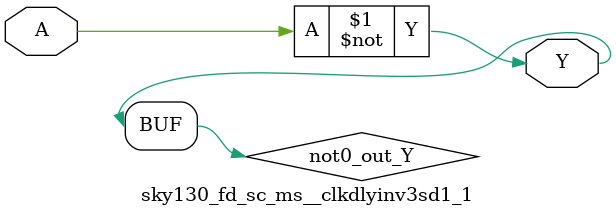
<source format=v>
/*
 * Copyright 2020 The SkyWater PDK Authors
 *
 * Licensed under the Apache License, Version 2.0 (the "License");
 * you may not use this file except in compliance with the License.
 * You may obtain a copy of the License at
 *
 *     https://www.apache.org/licenses/LICENSE-2.0
 *
 * Unless required by applicable law or agreed to in writing, software
 * distributed under the License is distributed on an "AS IS" BASIS,
 * WITHOUT WARRANTIES OR CONDITIONS OF ANY KIND, either express or implied.
 * See the License for the specific language governing permissions and
 * limitations under the License.
 *
 * SPDX-License-Identifier: Apache-2.0
*/


`ifndef SKY130_FD_SC_MS__CLKDLYINV3SD1_1_FUNCTIONAL_V
`define SKY130_FD_SC_MS__CLKDLYINV3SD1_1_FUNCTIONAL_V

/**
 * clkdlyinv3sd1: Clock Delay Inverter 3-stage 0.15um length inner
 *                stage gate.
 *
 * Verilog simulation functional model.
 */

`timescale 1ns / 1ps
`default_nettype none

`celldefine
module sky130_fd_sc_ms__clkdlyinv3sd1_1 (
    Y,
    A
);

    // Module ports
    output Y;
    input  A;

    // Local signals
    wire not0_out_Y;

    //  Name  Output      Other arguments
    not not0 (not0_out_Y, A              );
    buf buf0 (Y         , not0_out_Y     );

endmodule
`endcelldefine

`default_nettype wire
`endif  // SKY130_FD_SC_MS__CLKDLYINV3SD1_1_FUNCTIONAL_V

</source>
